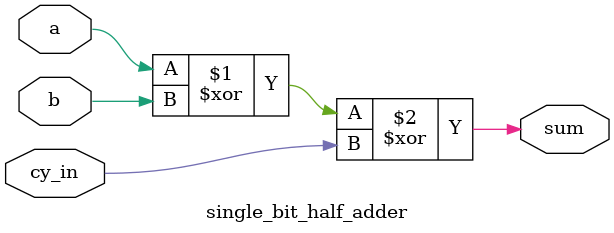
<source format=v>
`timescale 1ns / 1ps
module single_bit_half_adder(
    input a,
    input b,
    input cy_in,
    output sum
    );
	 assign sum = a^b^cy_in;
endmodule

</source>
